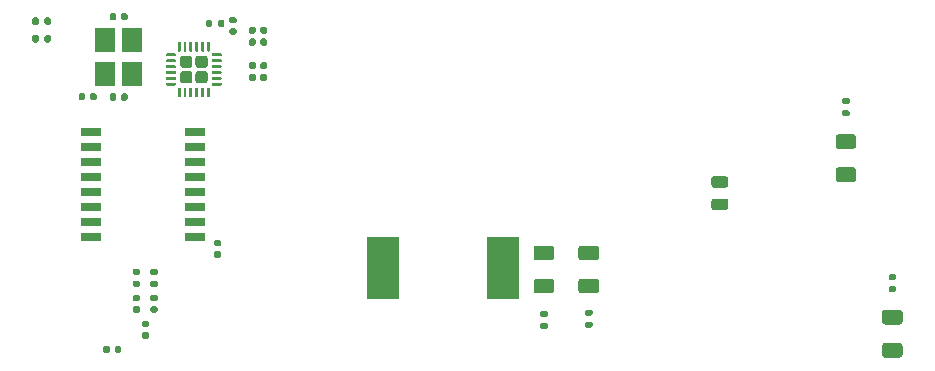
<source format=gtp>
G04 #@! TF.GenerationSoftware,KiCad,Pcbnew,(5.1.9)-1*
G04 #@! TF.CreationDate,2021-04-20T16:59:57+02:00*
G04 #@! TF.ProjectId,POE_hat_and_USB,504f455f-6861-4745-9f61-6e645f555342,1.0*
G04 #@! TF.SameCoordinates,Original*
G04 #@! TF.FileFunction,Paste,Top*
G04 #@! TF.FilePolarity,Positive*
%FSLAX46Y46*%
G04 Gerber Fmt 4.6, Leading zero omitted, Abs format (unit mm)*
G04 Created by KiCad (PCBNEW (5.1.9)-1) date 2021-04-20 16:59:57*
%MOMM*%
%LPD*%
G01*
G04 APERTURE LIST*
%ADD10R,1.800000X2.100000*%
%ADD11R,1.700000X0.760000*%
%ADD12R,2.800000X5.300000*%
G04 APERTURE END LIST*
D10*
X103182000Y-93782000D03*
X103182000Y-96682000D03*
X105482000Y-96682000D03*
X105482000Y-93782000D03*
D11*
X110800000Y-110513000D03*
X110800000Y-109243000D03*
X110800000Y-107973000D03*
X110800000Y-106703000D03*
X110800000Y-102893000D03*
X110800000Y-105433000D03*
X110800000Y-104163000D03*
X110800000Y-101623000D03*
X102000000Y-107973000D03*
X102000000Y-104163000D03*
X102000000Y-101623000D03*
X102000000Y-109243000D03*
X102000000Y-102893000D03*
X102000000Y-106703000D03*
X102000000Y-110513000D03*
X102000000Y-105433000D03*
G36*
G01*
X143947000Y-116620000D02*
X144317000Y-116620000D01*
G75*
G02*
X144452000Y-116755000I0J-135000D01*
G01*
X144452000Y-117025000D01*
G75*
G02*
X144317000Y-117160000I-135000J0D01*
G01*
X143947000Y-117160000D01*
G75*
G02*
X143812000Y-117025000I0J135000D01*
G01*
X143812000Y-116755000D01*
G75*
G02*
X143947000Y-116620000I135000J0D01*
G01*
G37*
G36*
G01*
X143947000Y-117640000D02*
X144317000Y-117640000D01*
G75*
G02*
X144452000Y-117775000I0J-135000D01*
G01*
X144452000Y-118045000D01*
G75*
G02*
X144317000Y-118180000I-135000J0D01*
G01*
X143947000Y-118180000D01*
G75*
G02*
X143812000Y-118045000I0J135000D01*
G01*
X143812000Y-117775000D01*
G75*
G02*
X143947000Y-117640000I135000J0D01*
G01*
G37*
G36*
G01*
X155707000Y-108218000D02*
X154757000Y-108218000D01*
G75*
G02*
X154507000Y-107968000I0J250000D01*
G01*
X154507000Y-107468000D01*
G75*
G02*
X154757000Y-107218000I250000J0D01*
G01*
X155707000Y-107218000D01*
G75*
G02*
X155957000Y-107468000I0J-250000D01*
G01*
X155957000Y-107968000D01*
G75*
G02*
X155707000Y-108218000I-250000J0D01*
G01*
G37*
G36*
G01*
X155707000Y-106318000D02*
X154757000Y-106318000D01*
G75*
G02*
X154507000Y-106068000I0J250000D01*
G01*
X154507000Y-105568000D01*
G75*
G02*
X154757000Y-105318000I250000J0D01*
G01*
X155707000Y-105318000D01*
G75*
G02*
X155957000Y-105568000I0J-250000D01*
G01*
X155957000Y-106068000D01*
G75*
G02*
X155707000Y-106318000I-250000J0D01*
G01*
G37*
G36*
G01*
X140957000Y-112457000D02*
X139707000Y-112457000D01*
G75*
G02*
X139457000Y-112207000I0J250000D01*
G01*
X139457000Y-111457000D01*
G75*
G02*
X139707000Y-111207000I250000J0D01*
G01*
X140957000Y-111207000D01*
G75*
G02*
X141207000Y-111457000I0J-250000D01*
G01*
X141207000Y-112207000D01*
G75*
G02*
X140957000Y-112457000I-250000J0D01*
G01*
G37*
G36*
G01*
X140957000Y-115257000D02*
X139707000Y-115257000D01*
G75*
G02*
X139457000Y-115007000I0J250000D01*
G01*
X139457000Y-114257000D01*
G75*
G02*
X139707000Y-114007000I250000J0D01*
G01*
X140957000Y-114007000D01*
G75*
G02*
X141207000Y-114257000I0J-250000D01*
G01*
X141207000Y-115007000D01*
G75*
G02*
X140957000Y-115257000I-250000J0D01*
G01*
G37*
G36*
G01*
X144757000Y-115257000D02*
X143507000Y-115257000D01*
G75*
G02*
X143257000Y-115007000I0J250000D01*
G01*
X143257000Y-114257000D01*
G75*
G02*
X143507000Y-114007000I250000J0D01*
G01*
X144757000Y-114007000D01*
G75*
G02*
X145007000Y-114257000I0J-250000D01*
G01*
X145007000Y-115007000D01*
G75*
G02*
X144757000Y-115257000I-250000J0D01*
G01*
G37*
G36*
G01*
X144757000Y-112457000D02*
X143507000Y-112457000D01*
G75*
G02*
X143257000Y-112207000I0J250000D01*
G01*
X143257000Y-111457000D01*
G75*
G02*
X143507000Y-111207000I250000J0D01*
G01*
X144757000Y-111207000D01*
G75*
G02*
X145007000Y-111457000I0J-250000D01*
G01*
X145007000Y-112207000D01*
G75*
G02*
X144757000Y-112457000I-250000J0D01*
G01*
G37*
G36*
G01*
X165275000Y-101775000D02*
X166525000Y-101775000D01*
G75*
G02*
X166775000Y-102025000I0J-250000D01*
G01*
X166775000Y-102775000D01*
G75*
G02*
X166525000Y-103025000I-250000J0D01*
G01*
X165275000Y-103025000D01*
G75*
G02*
X165025000Y-102775000I0J250000D01*
G01*
X165025000Y-102025000D01*
G75*
G02*
X165275000Y-101775000I250000J0D01*
G01*
G37*
G36*
G01*
X165275000Y-104575000D02*
X166525000Y-104575000D01*
G75*
G02*
X166775000Y-104825000I0J-250000D01*
G01*
X166775000Y-105575000D01*
G75*
G02*
X166525000Y-105825000I-250000J0D01*
G01*
X165275000Y-105825000D01*
G75*
G02*
X165025000Y-105575000I0J250000D01*
G01*
X165025000Y-104825000D01*
G75*
G02*
X165275000Y-104575000I250000J0D01*
G01*
G37*
G36*
G01*
X169207000Y-119443000D02*
X170457000Y-119443000D01*
G75*
G02*
X170707000Y-119693000I0J-250000D01*
G01*
X170707000Y-120443000D01*
G75*
G02*
X170457000Y-120693000I-250000J0D01*
G01*
X169207000Y-120693000D01*
G75*
G02*
X168957000Y-120443000I0J250000D01*
G01*
X168957000Y-119693000D01*
G75*
G02*
X169207000Y-119443000I250000J0D01*
G01*
G37*
G36*
G01*
X169207000Y-116643000D02*
X170457000Y-116643000D01*
G75*
G02*
X170707000Y-116893000I0J-250000D01*
G01*
X170707000Y-117643000D01*
G75*
G02*
X170457000Y-117893000I-250000J0D01*
G01*
X169207000Y-117893000D01*
G75*
G02*
X168957000Y-117643000I0J250000D01*
G01*
X168957000Y-116893000D01*
G75*
G02*
X169207000Y-116643000I250000J0D01*
G01*
G37*
G36*
G01*
X111625001Y-96175000D02*
X111074999Y-96175000D01*
G75*
G02*
X110825000Y-95925001I0J249999D01*
G01*
X110825000Y-95374999D01*
G75*
G02*
X111074999Y-95125000I249999J0D01*
G01*
X111625001Y-95125000D01*
G75*
G02*
X111875000Y-95374999I0J-249999D01*
G01*
X111875000Y-95925001D01*
G75*
G02*
X111625001Y-96175000I-249999J0D01*
G01*
G37*
G36*
G01*
X110325001Y-96175000D02*
X109774999Y-96175000D01*
G75*
G02*
X109525000Y-95925001I0J249999D01*
G01*
X109525000Y-95374999D01*
G75*
G02*
X109774999Y-95125000I249999J0D01*
G01*
X110325001Y-95125000D01*
G75*
G02*
X110575000Y-95374999I0J-249999D01*
G01*
X110575000Y-95925001D01*
G75*
G02*
X110325001Y-96175000I-249999J0D01*
G01*
G37*
G36*
G01*
X111625001Y-97475000D02*
X111074999Y-97475000D01*
G75*
G02*
X110825000Y-97225001I0J249999D01*
G01*
X110825000Y-96674999D01*
G75*
G02*
X111074999Y-96425000I249999J0D01*
G01*
X111625001Y-96425000D01*
G75*
G02*
X111875000Y-96674999I0J-249999D01*
G01*
X111875000Y-97225001D01*
G75*
G02*
X111625001Y-97475000I-249999J0D01*
G01*
G37*
G36*
G01*
X110325001Y-97475000D02*
X109774999Y-97475000D01*
G75*
G02*
X109525000Y-97225001I0J249999D01*
G01*
X109525000Y-96674999D01*
G75*
G02*
X109774999Y-96425000I249999J0D01*
G01*
X110325001Y-96425000D01*
G75*
G02*
X110575000Y-96674999I0J-249999D01*
G01*
X110575000Y-97225001D01*
G75*
G02*
X110325001Y-97475000I-249999J0D01*
G01*
G37*
G36*
G01*
X109112500Y-97675000D02*
X108412500Y-97675000D01*
G75*
G02*
X108350000Y-97612500I0J62500D01*
G01*
X108350000Y-97487500D01*
G75*
G02*
X108412500Y-97425000I62500J0D01*
G01*
X109112500Y-97425000D01*
G75*
G02*
X109175000Y-97487500I0J-62500D01*
G01*
X109175000Y-97612500D01*
G75*
G02*
X109112500Y-97675000I-62500J0D01*
G01*
G37*
G36*
G01*
X109112500Y-97175000D02*
X108412500Y-97175000D01*
G75*
G02*
X108350000Y-97112500I0J62500D01*
G01*
X108350000Y-96987500D01*
G75*
G02*
X108412500Y-96925000I62500J0D01*
G01*
X109112500Y-96925000D01*
G75*
G02*
X109175000Y-96987500I0J-62500D01*
G01*
X109175000Y-97112500D01*
G75*
G02*
X109112500Y-97175000I-62500J0D01*
G01*
G37*
G36*
G01*
X109112500Y-96675000D02*
X108412500Y-96675000D01*
G75*
G02*
X108350000Y-96612500I0J62500D01*
G01*
X108350000Y-96487500D01*
G75*
G02*
X108412500Y-96425000I62500J0D01*
G01*
X109112500Y-96425000D01*
G75*
G02*
X109175000Y-96487500I0J-62500D01*
G01*
X109175000Y-96612500D01*
G75*
G02*
X109112500Y-96675000I-62500J0D01*
G01*
G37*
G36*
G01*
X109112500Y-96175000D02*
X108412500Y-96175000D01*
G75*
G02*
X108350000Y-96112500I0J62500D01*
G01*
X108350000Y-95987500D01*
G75*
G02*
X108412500Y-95925000I62500J0D01*
G01*
X109112500Y-95925000D01*
G75*
G02*
X109175000Y-95987500I0J-62500D01*
G01*
X109175000Y-96112500D01*
G75*
G02*
X109112500Y-96175000I-62500J0D01*
G01*
G37*
G36*
G01*
X109112500Y-95675000D02*
X108412500Y-95675000D01*
G75*
G02*
X108350000Y-95612500I0J62500D01*
G01*
X108350000Y-95487500D01*
G75*
G02*
X108412500Y-95425000I62500J0D01*
G01*
X109112500Y-95425000D01*
G75*
G02*
X109175000Y-95487500I0J-62500D01*
G01*
X109175000Y-95612500D01*
G75*
G02*
X109112500Y-95675000I-62500J0D01*
G01*
G37*
G36*
G01*
X109112500Y-95175000D02*
X108412500Y-95175000D01*
G75*
G02*
X108350000Y-95112500I0J62500D01*
G01*
X108350000Y-94987500D01*
G75*
G02*
X108412500Y-94925000I62500J0D01*
G01*
X109112500Y-94925000D01*
G75*
G02*
X109175000Y-94987500I0J-62500D01*
G01*
X109175000Y-95112500D01*
G75*
G02*
X109112500Y-95175000I-62500J0D01*
G01*
G37*
G36*
G01*
X109512500Y-94775000D02*
X109387500Y-94775000D01*
G75*
G02*
X109325000Y-94712500I0J62500D01*
G01*
X109325000Y-94012500D01*
G75*
G02*
X109387500Y-93950000I62500J0D01*
G01*
X109512500Y-93950000D01*
G75*
G02*
X109575000Y-94012500I0J-62500D01*
G01*
X109575000Y-94712500D01*
G75*
G02*
X109512500Y-94775000I-62500J0D01*
G01*
G37*
G36*
G01*
X110012500Y-94775000D02*
X109887500Y-94775000D01*
G75*
G02*
X109825000Y-94712500I0J62500D01*
G01*
X109825000Y-94012500D01*
G75*
G02*
X109887500Y-93950000I62500J0D01*
G01*
X110012500Y-93950000D01*
G75*
G02*
X110075000Y-94012500I0J-62500D01*
G01*
X110075000Y-94712500D01*
G75*
G02*
X110012500Y-94775000I-62500J0D01*
G01*
G37*
G36*
G01*
X110512500Y-94775000D02*
X110387500Y-94775000D01*
G75*
G02*
X110325000Y-94712500I0J62500D01*
G01*
X110325000Y-94012500D01*
G75*
G02*
X110387500Y-93950000I62500J0D01*
G01*
X110512500Y-93950000D01*
G75*
G02*
X110575000Y-94012500I0J-62500D01*
G01*
X110575000Y-94712500D01*
G75*
G02*
X110512500Y-94775000I-62500J0D01*
G01*
G37*
G36*
G01*
X111012500Y-94775000D02*
X110887500Y-94775000D01*
G75*
G02*
X110825000Y-94712500I0J62500D01*
G01*
X110825000Y-94012500D01*
G75*
G02*
X110887500Y-93950000I62500J0D01*
G01*
X111012500Y-93950000D01*
G75*
G02*
X111075000Y-94012500I0J-62500D01*
G01*
X111075000Y-94712500D01*
G75*
G02*
X111012500Y-94775000I-62500J0D01*
G01*
G37*
G36*
G01*
X111512500Y-94775000D02*
X111387500Y-94775000D01*
G75*
G02*
X111325000Y-94712500I0J62500D01*
G01*
X111325000Y-94012500D01*
G75*
G02*
X111387500Y-93950000I62500J0D01*
G01*
X111512500Y-93950000D01*
G75*
G02*
X111575000Y-94012500I0J-62500D01*
G01*
X111575000Y-94712500D01*
G75*
G02*
X111512500Y-94775000I-62500J0D01*
G01*
G37*
G36*
G01*
X112012500Y-94775000D02*
X111887500Y-94775000D01*
G75*
G02*
X111825000Y-94712500I0J62500D01*
G01*
X111825000Y-94012500D01*
G75*
G02*
X111887500Y-93950000I62500J0D01*
G01*
X112012500Y-93950000D01*
G75*
G02*
X112075000Y-94012500I0J-62500D01*
G01*
X112075000Y-94712500D01*
G75*
G02*
X112012500Y-94775000I-62500J0D01*
G01*
G37*
G36*
G01*
X112987500Y-95175000D02*
X112287500Y-95175000D01*
G75*
G02*
X112225000Y-95112500I0J62500D01*
G01*
X112225000Y-94987500D01*
G75*
G02*
X112287500Y-94925000I62500J0D01*
G01*
X112987500Y-94925000D01*
G75*
G02*
X113050000Y-94987500I0J-62500D01*
G01*
X113050000Y-95112500D01*
G75*
G02*
X112987500Y-95175000I-62500J0D01*
G01*
G37*
G36*
G01*
X112987500Y-95675000D02*
X112287500Y-95675000D01*
G75*
G02*
X112225000Y-95612500I0J62500D01*
G01*
X112225000Y-95487500D01*
G75*
G02*
X112287500Y-95425000I62500J0D01*
G01*
X112987500Y-95425000D01*
G75*
G02*
X113050000Y-95487500I0J-62500D01*
G01*
X113050000Y-95612500D01*
G75*
G02*
X112987500Y-95675000I-62500J0D01*
G01*
G37*
G36*
G01*
X112987500Y-96175000D02*
X112287500Y-96175000D01*
G75*
G02*
X112225000Y-96112500I0J62500D01*
G01*
X112225000Y-95987500D01*
G75*
G02*
X112287500Y-95925000I62500J0D01*
G01*
X112987500Y-95925000D01*
G75*
G02*
X113050000Y-95987500I0J-62500D01*
G01*
X113050000Y-96112500D01*
G75*
G02*
X112987500Y-96175000I-62500J0D01*
G01*
G37*
G36*
G01*
X112987500Y-96675000D02*
X112287500Y-96675000D01*
G75*
G02*
X112225000Y-96612500I0J62500D01*
G01*
X112225000Y-96487500D01*
G75*
G02*
X112287500Y-96425000I62500J0D01*
G01*
X112987500Y-96425000D01*
G75*
G02*
X113050000Y-96487500I0J-62500D01*
G01*
X113050000Y-96612500D01*
G75*
G02*
X112987500Y-96675000I-62500J0D01*
G01*
G37*
G36*
G01*
X112987500Y-97175000D02*
X112287500Y-97175000D01*
G75*
G02*
X112225000Y-97112500I0J62500D01*
G01*
X112225000Y-96987500D01*
G75*
G02*
X112287500Y-96925000I62500J0D01*
G01*
X112987500Y-96925000D01*
G75*
G02*
X113050000Y-96987500I0J-62500D01*
G01*
X113050000Y-97112500D01*
G75*
G02*
X112987500Y-97175000I-62500J0D01*
G01*
G37*
G36*
G01*
X112987500Y-97675000D02*
X112287500Y-97675000D01*
G75*
G02*
X112225000Y-97612500I0J62500D01*
G01*
X112225000Y-97487500D01*
G75*
G02*
X112287500Y-97425000I62500J0D01*
G01*
X112987500Y-97425000D01*
G75*
G02*
X113050000Y-97487500I0J-62500D01*
G01*
X113050000Y-97612500D01*
G75*
G02*
X112987500Y-97675000I-62500J0D01*
G01*
G37*
G36*
G01*
X112012500Y-98650000D02*
X111887500Y-98650000D01*
G75*
G02*
X111825000Y-98587500I0J62500D01*
G01*
X111825000Y-97887500D01*
G75*
G02*
X111887500Y-97825000I62500J0D01*
G01*
X112012500Y-97825000D01*
G75*
G02*
X112075000Y-97887500I0J-62500D01*
G01*
X112075000Y-98587500D01*
G75*
G02*
X112012500Y-98650000I-62500J0D01*
G01*
G37*
G36*
G01*
X111512500Y-98650000D02*
X111387500Y-98650000D01*
G75*
G02*
X111325000Y-98587500I0J62500D01*
G01*
X111325000Y-97887500D01*
G75*
G02*
X111387500Y-97825000I62500J0D01*
G01*
X111512500Y-97825000D01*
G75*
G02*
X111575000Y-97887500I0J-62500D01*
G01*
X111575000Y-98587500D01*
G75*
G02*
X111512500Y-98650000I-62500J0D01*
G01*
G37*
G36*
G01*
X111012500Y-98650000D02*
X110887500Y-98650000D01*
G75*
G02*
X110825000Y-98587500I0J62500D01*
G01*
X110825000Y-97887500D01*
G75*
G02*
X110887500Y-97825000I62500J0D01*
G01*
X111012500Y-97825000D01*
G75*
G02*
X111075000Y-97887500I0J-62500D01*
G01*
X111075000Y-98587500D01*
G75*
G02*
X111012500Y-98650000I-62500J0D01*
G01*
G37*
G36*
G01*
X110512500Y-98650000D02*
X110387500Y-98650000D01*
G75*
G02*
X110325000Y-98587500I0J62500D01*
G01*
X110325000Y-97887500D01*
G75*
G02*
X110387500Y-97825000I62500J0D01*
G01*
X110512500Y-97825000D01*
G75*
G02*
X110575000Y-97887500I0J-62500D01*
G01*
X110575000Y-98587500D01*
G75*
G02*
X110512500Y-98650000I-62500J0D01*
G01*
G37*
G36*
G01*
X110012500Y-98650000D02*
X109887500Y-98650000D01*
G75*
G02*
X109825000Y-98587500I0J62500D01*
G01*
X109825000Y-97887500D01*
G75*
G02*
X109887500Y-97825000I62500J0D01*
G01*
X110012500Y-97825000D01*
G75*
G02*
X110075000Y-97887500I0J-62500D01*
G01*
X110075000Y-98587500D01*
G75*
G02*
X110012500Y-98650000I-62500J0D01*
G01*
G37*
G36*
G01*
X109512500Y-98650000D02*
X109387500Y-98650000D01*
G75*
G02*
X109325000Y-98587500I0J62500D01*
G01*
X109325000Y-97887500D01*
G75*
G02*
X109387500Y-97825000I62500J0D01*
G01*
X109512500Y-97825000D01*
G75*
G02*
X109575000Y-97887500I0J-62500D01*
G01*
X109575000Y-98587500D01*
G75*
G02*
X109512500Y-98650000I-62500J0D01*
G01*
G37*
G36*
G01*
X105662000Y-115372000D02*
X106002000Y-115372000D01*
G75*
G02*
X106142000Y-115512000I0J-140000D01*
G01*
X106142000Y-115792000D01*
G75*
G02*
X106002000Y-115932000I-140000J0D01*
G01*
X105662000Y-115932000D01*
G75*
G02*
X105522000Y-115792000I0J140000D01*
G01*
X105522000Y-115512000D01*
G75*
G02*
X105662000Y-115372000I140000J0D01*
G01*
G37*
G36*
G01*
X105662000Y-116332000D02*
X106002000Y-116332000D01*
G75*
G02*
X106142000Y-116472000I0J-140000D01*
G01*
X106142000Y-116752000D01*
G75*
G02*
X106002000Y-116892000I-140000J0D01*
G01*
X105662000Y-116892000D01*
G75*
G02*
X105522000Y-116752000I0J140000D01*
G01*
X105522000Y-116472000D01*
G75*
G02*
X105662000Y-116332000I140000J0D01*
G01*
G37*
G36*
G01*
X106430000Y-118532000D02*
X106770000Y-118532000D01*
G75*
G02*
X106910000Y-118672000I0J-140000D01*
G01*
X106910000Y-118952000D01*
G75*
G02*
X106770000Y-119092000I-140000J0D01*
G01*
X106430000Y-119092000D01*
G75*
G02*
X106290000Y-118952000I0J140000D01*
G01*
X106290000Y-118672000D01*
G75*
G02*
X106430000Y-118532000I140000J0D01*
G01*
G37*
G36*
G01*
X106430000Y-117572000D02*
X106770000Y-117572000D01*
G75*
G02*
X106910000Y-117712000I0J-140000D01*
G01*
X106910000Y-117992000D01*
G75*
G02*
X106770000Y-118132000I-140000J0D01*
G01*
X106430000Y-118132000D01*
G75*
G02*
X106290000Y-117992000I0J140000D01*
G01*
X106290000Y-117712000D01*
G75*
G02*
X106430000Y-117572000I140000J0D01*
G01*
G37*
G36*
G01*
X107162000Y-116332000D02*
X107502000Y-116332000D01*
G75*
G02*
X107642000Y-116472000I0J-140000D01*
G01*
X107642000Y-116752000D01*
G75*
G02*
X107502000Y-116892000I-140000J0D01*
G01*
X107162000Y-116892000D01*
G75*
G02*
X107022000Y-116752000I0J140000D01*
G01*
X107022000Y-116472000D01*
G75*
G02*
X107162000Y-116332000I140000J0D01*
G01*
G37*
G36*
G01*
X107162000Y-115372000D02*
X107502000Y-115372000D01*
G75*
G02*
X107642000Y-115512000I0J-140000D01*
G01*
X107642000Y-115792000D01*
G75*
G02*
X107502000Y-115932000I-140000J0D01*
G01*
X107162000Y-115932000D01*
G75*
G02*
X107022000Y-115792000I0J140000D01*
G01*
X107022000Y-115512000D01*
G75*
G02*
X107162000Y-115372000I140000J0D01*
G01*
G37*
G36*
G01*
X104000000Y-120170000D02*
X104000000Y-119830000D01*
G75*
G02*
X104140000Y-119690000I140000J0D01*
G01*
X104420000Y-119690000D01*
G75*
G02*
X104560000Y-119830000I0J-140000D01*
G01*
X104560000Y-120170000D01*
G75*
G02*
X104420000Y-120310000I-140000J0D01*
G01*
X104140000Y-120310000D01*
G75*
G02*
X104000000Y-120170000I0J140000D01*
G01*
G37*
G36*
G01*
X103040000Y-120170000D02*
X103040000Y-119830000D01*
G75*
G02*
X103180000Y-119690000I140000J0D01*
G01*
X103460000Y-119690000D01*
G75*
G02*
X103600000Y-119830000I0J-140000D01*
G01*
X103600000Y-120170000D01*
G75*
G02*
X103460000Y-120310000I-140000J0D01*
G01*
X103180000Y-120310000D01*
G75*
G02*
X103040000Y-120170000I0J140000D01*
G01*
G37*
G36*
G01*
X112530000Y-110720000D02*
X112870000Y-110720000D01*
G75*
G02*
X113010000Y-110860000I0J-140000D01*
G01*
X113010000Y-111140000D01*
G75*
G02*
X112870000Y-111280000I-140000J0D01*
G01*
X112530000Y-111280000D01*
G75*
G02*
X112390000Y-111140000I0J140000D01*
G01*
X112390000Y-110860000D01*
G75*
G02*
X112530000Y-110720000I140000J0D01*
G01*
G37*
G36*
G01*
X112530000Y-111680000D02*
X112870000Y-111680000D01*
G75*
G02*
X113010000Y-111820000I0J-140000D01*
G01*
X113010000Y-112100000D01*
G75*
G02*
X112870000Y-112240000I-140000J0D01*
G01*
X112530000Y-112240000D01*
G75*
G02*
X112390000Y-112100000I0J140000D01*
G01*
X112390000Y-111820000D01*
G75*
G02*
X112530000Y-111680000I140000J0D01*
G01*
G37*
G36*
G01*
X101900000Y-98770000D02*
X101900000Y-98430000D01*
G75*
G02*
X102040000Y-98290000I140000J0D01*
G01*
X102320000Y-98290000D01*
G75*
G02*
X102460000Y-98430000I0J-140000D01*
G01*
X102460000Y-98770000D01*
G75*
G02*
X102320000Y-98910000I-140000J0D01*
G01*
X102040000Y-98910000D01*
G75*
G02*
X101900000Y-98770000I0J140000D01*
G01*
G37*
G36*
G01*
X100940000Y-98770000D02*
X100940000Y-98430000D01*
G75*
G02*
X101080000Y-98290000I140000J0D01*
G01*
X101360000Y-98290000D01*
G75*
G02*
X101500000Y-98430000I0J-140000D01*
G01*
X101500000Y-98770000D01*
G75*
G02*
X101360000Y-98910000I-140000J0D01*
G01*
X101080000Y-98910000D01*
G75*
G02*
X100940000Y-98770000I0J140000D01*
G01*
G37*
G36*
G01*
X115372000Y-96138000D02*
X115372000Y-95798000D01*
G75*
G02*
X115512000Y-95658000I140000J0D01*
G01*
X115792000Y-95658000D01*
G75*
G02*
X115932000Y-95798000I0J-140000D01*
G01*
X115932000Y-96138000D01*
G75*
G02*
X115792000Y-96278000I-140000J0D01*
G01*
X115512000Y-96278000D01*
G75*
G02*
X115372000Y-96138000I0J140000D01*
G01*
G37*
G36*
G01*
X116332000Y-96138000D02*
X116332000Y-95798000D01*
G75*
G02*
X116472000Y-95658000I140000J0D01*
G01*
X116752000Y-95658000D01*
G75*
G02*
X116892000Y-95798000I0J-140000D01*
G01*
X116892000Y-96138000D01*
G75*
G02*
X116752000Y-96278000I-140000J0D01*
G01*
X116472000Y-96278000D01*
G75*
G02*
X116332000Y-96138000I0J140000D01*
G01*
G37*
G36*
G01*
X115372000Y-97138000D02*
X115372000Y-96798000D01*
G75*
G02*
X115512000Y-96658000I140000J0D01*
G01*
X115792000Y-96658000D01*
G75*
G02*
X115932000Y-96798000I0J-140000D01*
G01*
X115932000Y-97138000D01*
G75*
G02*
X115792000Y-97278000I-140000J0D01*
G01*
X115512000Y-97278000D01*
G75*
G02*
X115372000Y-97138000I0J140000D01*
G01*
G37*
G36*
G01*
X116332000Y-97138000D02*
X116332000Y-96798000D01*
G75*
G02*
X116472000Y-96658000I140000J0D01*
G01*
X116752000Y-96658000D01*
G75*
G02*
X116892000Y-96798000I0J-140000D01*
G01*
X116892000Y-97138000D01*
G75*
G02*
X116752000Y-97278000I-140000J0D01*
G01*
X116472000Y-97278000D01*
G75*
G02*
X116332000Y-97138000I0J140000D01*
G01*
G37*
G36*
G01*
X114170000Y-92400000D02*
X113830000Y-92400000D01*
G75*
G02*
X113690000Y-92260000I0J140000D01*
G01*
X113690000Y-91980000D01*
G75*
G02*
X113830000Y-91840000I140000J0D01*
G01*
X114170000Y-91840000D01*
G75*
G02*
X114310000Y-91980000I0J-140000D01*
G01*
X114310000Y-92260000D01*
G75*
G02*
X114170000Y-92400000I-140000J0D01*
G01*
G37*
G36*
G01*
X114170000Y-93360000D02*
X113830000Y-93360000D01*
G75*
G02*
X113690000Y-93220000I0J140000D01*
G01*
X113690000Y-92940000D01*
G75*
G02*
X113830000Y-92800000I140000J0D01*
G01*
X114170000Y-92800000D01*
G75*
G02*
X114310000Y-92940000I0J-140000D01*
G01*
X114310000Y-93220000D01*
G75*
G02*
X114170000Y-93360000I-140000J0D01*
G01*
G37*
G36*
G01*
X115372000Y-94142000D02*
X115372000Y-93802000D01*
G75*
G02*
X115512000Y-93662000I140000J0D01*
G01*
X115792000Y-93662000D01*
G75*
G02*
X115932000Y-93802000I0J-140000D01*
G01*
X115932000Y-94142000D01*
G75*
G02*
X115792000Y-94282000I-140000J0D01*
G01*
X115512000Y-94282000D01*
G75*
G02*
X115372000Y-94142000I0J140000D01*
G01*
G37*
G36*
G01*
X116332000Y-94142000D02*
X116332000Y-93802000D01*
G75*
G02*
X116472000Y-93662000I140000J0D01*
G01*
X116752000Y-93662000D01*
G75*
G02*
X116892000Y-93802000I0J-140000D01*
G01*
X116892000Y-94142000D01*
G75*
G02*
X116752000Y-94282000I-140000J0D01*
G01*
X116472000Y-94282000D01*
G75*
G02*
X116332000Y-94142000I0J140000D01*
G01*
G37*
G36*
G01*
X115372000Y-93142000D02*
X115372000Y-92802000D01*
G75*
G02*
X115512000Y-92662000I140000J0D01*
G01*
X115792000Y-92662000D01*
G75*
G02*
X115932000Y-92802000I0J-140000D01*
G01*
X115932000Y-93142000D01*
G75*
G02*
X115792000Y-93282000I-140000J0D01*
G01*
X115512000Y-93282000D01*
G75*
G02*
X115372000Y-93142000I0J140000D01*
G01*
G37*
G36*
G01*
X116332000Y-93142000D02*
X116332000Y-92802000D01*
G75*
G02*
X116472000Y-92662000I140000J0D01*
G01*
X116752000Y-92662000D01*
G75*
G02*
X116892000Y-92802000I0J-140000D01*
G01*
X116892000Y-93142000D01*
G75*
G02*
X116752000Y-93282000I-140000J0D01*
G01*
X116472000Y-93282000D01*
G75*
G02*
X116332000Y-93142000I0J140000D01*
G01*
G37*
G36*
G01*
X104532000Y-92002000D02*
X104532000Y-91662000D01*
G75*
G02*
X104672000Y-91522000I140000J0D01*
G01*
X104952000Y-91522000D01*
G75*
G02*
X105092000Y-91662000I0J-140000D01*
G01*
X105092000Y-92002000D01*
G75*
G02*
X104952000Y-92142000I-140000J0D01*
G01*
X104672000Y-92142000D01*
G75*
G02*
X104532000Y-92002000I0J140000D01*
G01*
G37*
G36*
G01*
X103572000Y-92002000D02*
X103572000Y-91662000D01*
G75*
G02*
X103712000Y-91522000I140000J0D01*
G01*
X103992000Y-91522000D01*
G75*
G02*
X104132000Y-91662000I0J-140000D01*
G01*
X104132000Y-92002000D01*
G75*
G02*
X103992000Y-92142000I-140000J0D01*
G01*
X103712000Y-92142000D01*
G75*
G02*
X103572000Y-92002000I0J140000D01*
G01*
G37*
G36*
G01*
X104132000Y-98462000D02*
X104132000Y-98802000D01*
G75*
G02*
X103992000Y-98942000I-140000J0D01*
G01*
X103712000Y-98942000D01*
G75*
G02*
X103572000Y-98802000I0J140000D01*
G01*
X103572000Y-98462000D01*
G75*
G02*
X103712000Y-98322000I140000J0D01*
G01*
X103992000Y-98322000D01*
G75*
G02*
X104132000Y-98462000I0J-140000D01*
G01*
G37*
G36*
G01*
X105092000Y-98462000D02*
X105092000Y-98802000D01*
G75*
G02*
X104952000Y-98942000I-140000J0D01*
G01*
X104672000Y-98942000D01*
G75*
G02*
X104532000Y-98802000I0J140000D01*
G01*
X104532000Y-98462000D01*
G75*
G02*
X104672000Y-98322000I140000J0D01*
G01*
X104952000Y-98322000D01*
G75*
G02*
X105092000Y-98462000I0J-140000D01*
G01*
G37*
G36*
G01*
X98580000Y-92015000D02*
X98580000Y-92385000D01*
G75*
G02*
X98445000Y-92520000I-135000J0D01*
G01*
X98175000Y-92520000D01*
G75*
G02*
X98040000Y-92385000I0J135000D01*
G01*
X98040000Y-92015000D01*
G75*
G02*
X98175000Y-91880000I135000J0D01*
G01*
X98445000Y-91880000D01*
G75*
G02*
X98580000Y-92015000I0J-135000D01*
G01*
G37*
G36*
G01*
X97560000Y-92015000D02*
X97560000Y-92385000D01*
G75*
G02*
X97425000Y-92520000I-135000J0D01*
G01*
X97155000Y-92520000D01*
G75*
G02*
X97020000Y-92385000I0J135000D01*
G01*
X97020000Y-92015000D01*
G75*
G02*
X97155000Y-91880000I135000J0D01*
G01*
X97425000Y-91880000D01*
G75*
G02*
X97560000Y-92015000I0J-135000D01*
G01*
G37*
G36*
G01*
X97560000Y-93515000D02*
X97560000Y-93885000D01*
G75*
G02*
X97425000Y-94020000I-135000J0D01*
G01*
X97155000Y-94020000D01*
G75*
G02*
X97020000Y-93885000I0J135000D01*
G01*
X97020000Y-93515000D01*
G75*
G02*
X97155000Y-93380000I135000J0D01*
G01*
X97425000Y-93380000D01*
G75*
G02*
X97560000Y-93515000I0J-135000D01*
G01*
G37*
G36*
G01*
X98580000Y-93515000D02*
X98580000Y-93885000D01*
G75*
G02*
X98445000Y-94020000I-135000J0D01*
G01*
X98175000Y-94020000D01*
G75*
G02*
X98040000Y-93885000I0J135000D01*
G01*
X98040000Y-93515000D01*
G75*
G02*
X98175000Y-93380000I135000J0D01*
G01*
X98445000Y-93380000D01*
G75*
G02*
X98580000Y-93515000I0J-135000D01*
G01*
G37*
G36*
G01*
X105647000Y-113152000D02*
X106017000Y-113152000D01*
G75*
G02*
X106152000Y-113287000I0J-135000D01*
G01*
X106152000Y-113557000D01*
G75*
G02*
X106017000Y-113692000I-135000J0D01*
G01*
X105647000Y-113692000D01*
G75*
G02*
X105512000Y-113557000I0J135000D01*
G01*
X105512000Y-113287000D01*
G75*
G02*
X105647000Y-113152000I135000J0D01*
G01*
G37*
G36*
G01*
X105647000Y-114172000D02*
X106017000Y-114172000D01*
G75*
G02*
X106152000Y-114307000I0J-135000D01*
G01*
X106152000Y-114577000D01*
G75*
G02*
X106017000Y-114712000I-135000J0D01*
G01*
X105647000Y-114712000D01*
G75*
G02*
X105512000Y-114577000I0J135000D01*
G01*
X105512000Y-114307000D01*
G75*
G02*
X105647000Y-114172000I135000J0D01*
G01*
G37*
G36*
G01*
X107147000Y-113152000D02*
X107517000Y-113152000D01*
G75*
G02*
X107652000Y-113287000I0J-135000D01*
G01*
X107652000Y-113557000D01*
G75*
G02*
X107517000Y-113692000I-135000J0D01*
G01*
X107147000Y-113692000D01*
G75*
G02*
X107012000Y-113557000I0J135000D01*
G01*
X107012000Y-113287000D01*
G75*
G02*
X107147000Y-113152000I135000J0D01*
G01*
G37*
G36*
G01*
X107147000Y-114172000D02*
X107517000Y-114172000D01*
G75*
G02*
X107652000Y-114307000I0J-135000D01*
G01*
X107652000Y-114577000D01*
G75*
G02*
X107517000Y-114712000I-135000J0D01*
G01*
X107147000Y-114712000D01*
G75*
G02*
X107012000Y-114577000I0J135000D01*
G01*
X107012000Y-114307000D01*
G75*
G02*
X107147000Y-114172000I135000J0D01*
G01*
G37*
G36*
G01*
X140147000Y-116720000D02*
X140517000Y-116720000D01*
G75*
G02*
X140652000Y-116855000I0J-135000D01*
G01*
X140652000Y-117125000D01*
G75*
G02*
X140517000Y-117260000I-135000J0D01*
G01*
X140147000Y-117260000D01*
G75*
G02*
X140012000Y-117125000I0J135000D01*
G01*
X140012000Y-116855000D01*
G75*
G02*
X140147000Y-116720000I135000J0D01*
G01*
G37*
G36*
G01*
X140147000Y-117740000D02*
X140517000Y-117740000D01*
G75*
G02*
X140652000Y-117875000I0J-135000D01*
G01*
X140652000Y-118145000D01*
G75*
G02*
X140517000Y-118280000I-135000J0D01*
G01*
X140147000Y-118280000D01*
G75*
G02*
X140012000Y-118145000I0J135000D01*
G01*
X140012000Y-117875000D01*
G75*
G02*
X140147000Y-117740000I135000J0D01*
G01*
G37*
G36*
G01*
X112260000Y-92215000D02*
X112260000Y-92585000D01*
G75*
G02*
X112125000Y-92720000I-135000J0D01*
G01*
X111855000Y-92720000D01*
G75*
G02*
X111720000Y-92585000I0J135000D01*
G01*
X111720000Y-92215000D01*
G75*
G02*
X111855000Y-92080000I135000J0D01*
G01*
X112125000Y-92080000D01*
G75*
G02*
X112260000Y-92215000I0J-135000D01*
G01*
G37*
G36*
G01*
X113280000Y-92215000D02*
X113280000Y-92585000D01*
G75*
G02*
X113145000Y-92720000I-135000J0D01*
G01*
X112875000Y-92720000D01*
G75*
G02*
X112740000Y-92585000I0J135000D01*
G01*
X112740000Y-92215000D01*
G75*
G02*
X112875000Y-92080000I135000J0D01*
G01*
X113145000Y-92080000D01*
G75*
G02*
X113280000Y-92215000I0J-135000D01*
G01*
G37*
G36*
G01*
X166085000Y-100270000D02*
X165715000Y-100270000D01*
G75*
G02*
X165580000Y-100135000I0J135000D01*
G01*
X165580000Y-99865000D01*
G75*
G02*
X165715000Y-99730000I135000J0D01*
G01*
X166085000Y-99730000D01*
G75*
G02*
X166220000Y-99865000I0J-135000D01*
G01*
X166220000Y-100135000D01*
G75*
G02*
X166085000Y-100270000I-135000J0D01*
G01*
G37*
G36*
G01*
X166085000Y-99250000D02*
X165715000Y-99250000D01*
G75*
G02*
X165580000Y-99115000I0J135000D01*
G01*
X165580000Y-98845000D01*
G75*
G02*
X165715000Y-98710000I135000J0D01*
G01*
X166085000Y-98710000D01*
G75*
G02*
X166220000Y-98845000I0J-135000D01*
G01*
X166220000Y-99115000D01*
G75*
G02*
X166085000Y-99250000I-135000J0D01*
G01*
G37*
G36*
G01*
X170017000Y-114150000D02*
X169647000Y-114150000D01*
G75*
G02*
X169512000Y-114015000I0J135000D01*
G01*
X169512000Y-113745000D01*
G75*
G02*
X169647000Y-113610000I135000J0D01*
G01*
X170017000Y-113610000D01*
G75*
G02*
X170152000Y-113745000I0J-135000D01*
G01*
X170152000Y-114015000D01*
G75*
G02*
X170017000Y-114150000I-135000J0D01*
G01*
G37*
G36*
G01*
X170017000Y-115170000D02*
X169647000Y-115170000D01*
G75*
G02*
X169512000Y-115035000I0J135000D01*
G01*
X169512000Y-114765000D01*
G75*
G02*
X169647000Y-114630000I135000J0D01*
G01*
X170017000Y-114630000D01*
G75*
G02*
X170152000Y-114765000I0J-135000D01*
G01*
X170152000Y-115035000D01*
G75*
G02*
X170017000Y-115170000I-135000J0D01*
G01*
G37*
D12*
X136850000Y-113100000D03*
X126750000Y-113100000D03*
M02*

</source>
